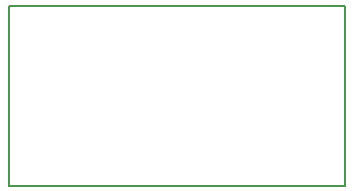
<source format=gbr>
G04 #@! TF.GenerationSoftware,KiCad,Pcbnew,6.0.11*
G04 #@! TF.CreationDate,2023-05-11T20:54:07+08:00*
G04 #@! TF.ProjectId,1LED-TH,314c4544-2d54-4482-9e6b-696361645f70,rev?*
G04 #@! TF.SameCoordinates,Original*
G04 #@! TF.FileFunction,Profile,NP*
%FSLAX46Y46*%
G04 Gerber Fmt 4.6, Leading zero omitted, Abs format (unit mm)*
G04 Created by KiCad (PCBNEW 6.0.11) date 2023-05-11 20:54:07*
%MOMM*%
%LPD*%
G01*
G04 APERTURE LIST*
G04 #@! TA.AperFunction,Profile*
%ADD10C,0.150000*%
G04 #@! TD*
G04 APERTURE END LIST*
D10*
X68072000Y-183896000D02*
X39624000Y-183896000D01*
X39624000Y-168656000D01*
X68072000Y-168656000D01*
X68072000Y-183896000D01*
M02*

</source>
